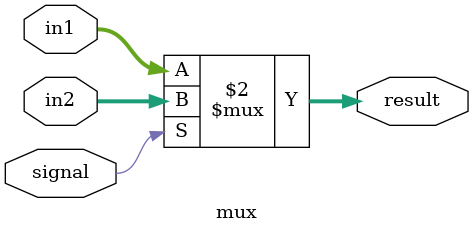
<source format=v>
`timescale 1ns / 1ps

module adder(

input[31:0] in1, input [31:0] in2, output [31:0] result

    );
    
    assign result = in1 + in2;
    
endmodule

module mux(

input [31:0] in1, input [31:0] in2, input signal, output [31:0] result 

    );
    
    assign result = (!signal) ? in1 : in2; 
    
endmodule
</source>
